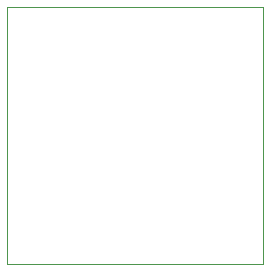
<source format=gbr>
%TF.GenerationSoftware,KiCad,Pcbnew,(6.0.6-0)*%
%TF.CreationDate,2022-09-05T22:58:31-07:00*%
%TF.ProjectId,5V converter,35562063-6f6e-4766-9572-7465722e6b69,rev?*%
%TF.SameCoordinates,Original*%
%TF.FileFunction,Profile,NP*%
%FSLAX46Y46*%
G04 Gerber Fmt 4.6, Leading zero omitted, Abs format (unit mm)*
G04 Created by KiCad (PCBNEW (6.0.6-0)) date 2022-09-05 22:58:31*
%MOMM*%
%LPD*%
G01*
G04 APERTURE LIST*
%TA.AperFunction,Profile*%
%ADD10C,0.100000*%
%TD*%
G04 APERTURE END LIST*
D10*
X89712800Y-47701200D02*
X111353600Y-47701200D01*
X111353600Y-47701200D02*
X111353600Y-69443600D01*
X111353600Y-69443600D02*
X89712800Y-69443600D01*
X89712800Y-69443600D02*
X89712800Y-47701200D01*
M02*

</source>
